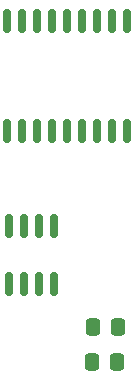
<source format=gbr>
%TF.GenerationSoftware,KiCad,Pcbnew,(7.0.0)*%
%TF.CreationDate,2023-03-30T12:23:11-04:00*%
%TF.ProjectId,headunit_pi4,68656164-756e-4697-945f-7069342e6b69,rev?*%
%TF.SameCoordinates,Original*%
%TF.FileFunction,Paste,Top*%
%TF.FilePolarity,Positive*%
%FSLAX46Y46*%
G04 Gerber Fmt 4.6, Leading zero omitted, Abs format (unit mm)*
G04 Created by KiCad (PCBNEW (7.0.0)) date 2023-03-30 12:23:11*
%MOMM*%
%LPD*%
G01*
G04 APERTURE LIST*
G04 Aperture macros list*
%AMRoundRect*
0 Rectangle with rounded corners*
0 $1 Rounding radius*
0 $2 $3 $4 $5 $6 $7 $8 $9 X,Y pos of 4 corners*
0 Add a 4 corners polygon primitive as box body*
4,1,4,$2,$3,$4,$5,$6,$7,$8,$9,$2,$3,0*
0 Add four circle primitives for the rounded corners*
1,1,$1+$1,$2,$3*
1,1,$1+$1,$4,$5*
1,1,$1+$1,$6,$7*
1,1,$1+$1,$8,$9*
0 Add four rect primitives between the rounded corners*
20,1,$1+$1,$2,$3,$4,$5,0*
20,1,$1+$1,$4,$5,$6,$7,0*
20,1,$1+$1,$6,$7,$8,$9,0*
20,1,$1+$1,$8,$9,$2,$3,0*%
G04 Aperture macros list end*
%ADD10RoundRect,0.250000X0.337500X0.475000X-0.337500X0.475000X-0.337500X-0.475000X0.337500X-0.475000X0*%
%ADD11RoundRect,0.150000X-0.150000X0.825000X-0.150000X-0.825000X0.150000X-0.825000X0.150000X0.825000X0*%
%ADD12RoundRect,0.150000X0.150000X-0.875000X0.150000X0.875000X-0.150000X0.875000X-0.150000X-0.875000X0*%
G04 APERTURE END LIST*
D10*
%TO.C,C2*%
X163675000Y-126000000D03*
X161600000Y-126000000D03*
%TD*%
%TO.C,C1*%
X163600000Y-129000000D03*
X161525000Y-129000000D03*
%TD*%
D11*
%TO.C,U2*%
X158305000Y-117425000D03*
X157035000Y-117425000D03*
X155765000Y-117425000D03*
X154495000Y-117425000D03*
X154495000Y-122375000D03*
X155765000Y-122375000D03*
X157035000Y-122375000D03*
X158305000Y-122375000D03*
%TD*%
D12*
%TO.C,U3*%
X154290000Y-109400000D03*
X155560000Y-109400000D03*
X156830000Y-109400000D03*
X158100000Y-109400000D03*
X159370000Y-109400000D03*
X160640000Y-109400000D03*
X161910000Y-109400000D03*
X163180000Y-109400000D03*
X164450000Y-109400000D03*
X164450000Y-100100000D03*
X163180000Y-100100000D03*
X161910000Y-100100000D03*
X160640000Y-100100000D03*
X159370000Y-100100000D03*
X158100000Y-100100000D03*
X156830000Y-100100000D03*
X155560000Y-100100000D03*
X154290000Y-100100000D03*
%TD*%
M02*

</source>
